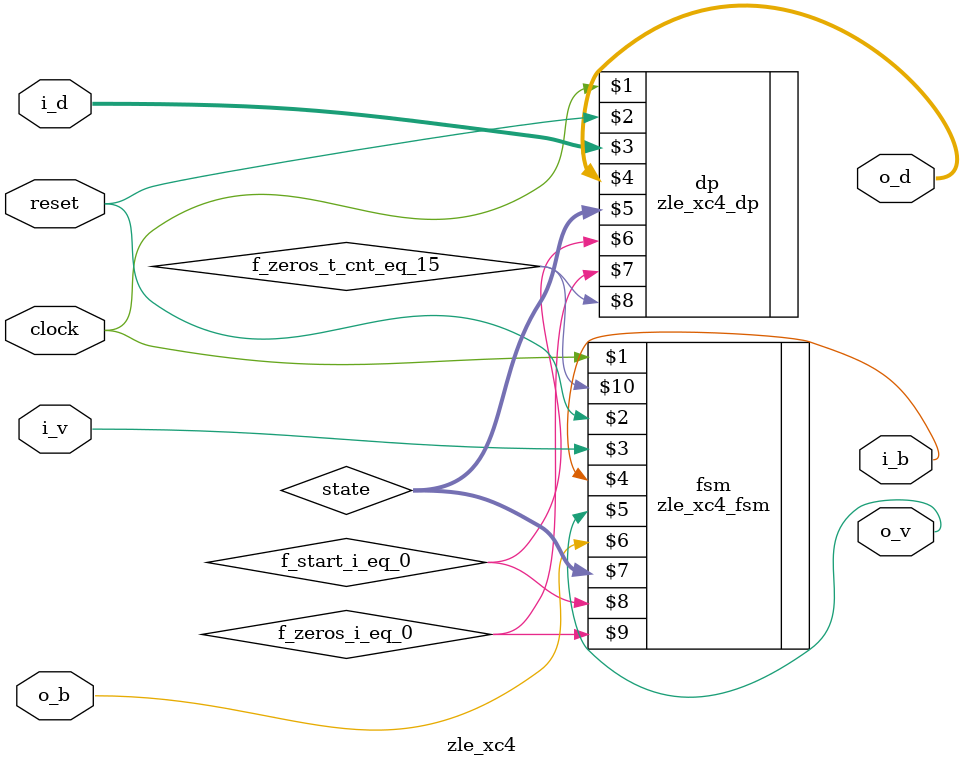
<source format=v>

`define state_start	= 4'd0;
`define state_start_t	= 4'd1;
`define state_start_e	= 4'd2;
`define state_zeros	= 4'd3;
`define state_zeros_t	= 4'd4;
`define state_zeros_t_t	= 4'd5;
`define state_zeros_t_e	= 4'd6;
`define state_zeros_e	= 4'd7;
`define state_pending	= 4'd8;

`include "zle_xc4_fsm.v"
`include "zle_xc4_dp.v"

module zle_xc4 (clock, reset,  i_d, i_v, i_b,  o_d, o_v, o_b);
   
   input  clock, reset;
   input  [2:0] i_d;	input  i_v;	output i_b;	// - input  stream i
   output [3:0] o_d;	output o_v;	input  o_b;	// - output stream o

   wire [3:0] 	state;				// - state to datapath
   wire 	f_start_i_eq_0,
		f_zeros_i_eq_0,
		f_zeros_t_cnt_eq_15;		// - flags from datapath
      
   zle_xc4_fsm fsm (clock, reset,  i_v, i_b,  o_v, o_b,  state,
		    f_start_i_eq_0, f_zeros_i_eq_0, f_zeros_t_cnt_eq_15);
   
   zle_xc4_dp  dp  (clock, reset, i_d, o_d, state,
		    f_start_i_eq_0, f_zeros_i_eq_0, f_zeros_t_cnt_eq_15);

endmodule // zle_xc4

</source>
